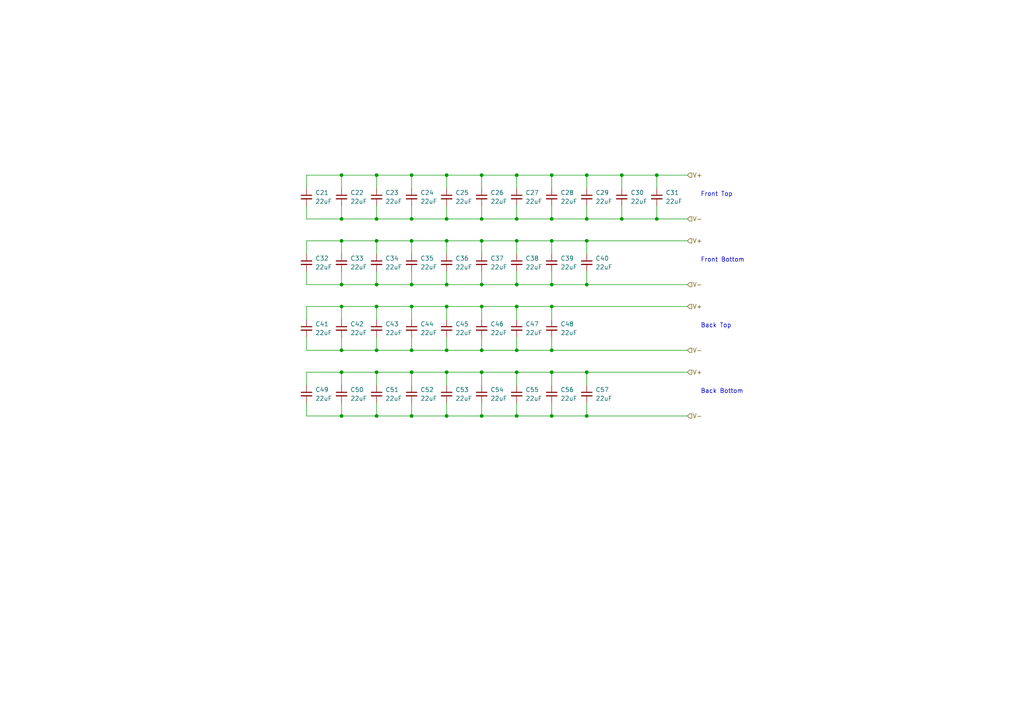
<source format=kicad_sch>
(kicad_sch (version 20230121) (generator eeschema)
  (paper "A4")
  (title_block (title "Ø32 BLDC Motor Controller") (date "2023-12-26") (rev "3") (company "Christopher Xu"))
  (lib_symbols
    (symbol "Device:C_Small" (pin_numbers hide) (pin_names (offset 0.254) hide)
      (property "Reference" "C" (at 0.254 1.778 0))
      (property "Value" "C_Small" (at 0.254 -2.032 0))
      (symbol "C_Small_0_1"
        (polyline (pts (xy -1.524 -0.508) (xy 1.524 -0.508)) (stroke (width 0.3302)))
        (polyline (pts (xy -1.524 0.508) (xy 1.524 0.508)) (stroke (width 0.3048)))
      )
      (symbol "C_Small_1_1"
        (pin passive line (at 0 2.54 270) (length 2.032) (name "~") (number "1"))
        (pin passive line (at 0 -2.54 90) (length 2.032) (name "~") (number "2"))
      )
    )
  )
  (junction (at 149.86 63.5))
  (junction (at 170.18 63.5))
  (junction (at 109.22 101.6))
  (junction (at 119.38 88.9))
  (junction (at 119.38 69.85))
  (junction (at 129.54 101.6))
  (junction (at 119.38 63.5))
  (junction (at 149.86 69.85))
  (junction (at 99.06 88.9))
  (junction (at 139.7 107.95))
  (junction (at 149.86 107.95))
  (junction (at 180.34 63.5))
  (junction (at 99.06 50.8))
  (junction (at 139.7 120.65))
  (junction (at 129.54 88.9))
  (junction (at 99.06 69.85))
  (junction (at 129.54 107.95))
  (junction (at 170.18 50.8))
  (junction (at 149.86 82.55))
  (junction (at 170.18 82.55))
  (junction (at 160.02 63.5))
  (junction (at 170.18 107.95))
  (junction (at 160.02 82.55))
  (junction (at 109.22 107.95))
  (junction (at 149.86 101.6))
  (junction (at 149.86 50.8))
  (junction (at 170.18 120.65))
  (junction (at 99.06 107.95))
  (junction (at 149.86 88.9))
  (junction (at 139.7 69.85))
  (junction (at 129.54 69.85))
  (junction (at 160.02 101.6))
  (junction (at 99.06 120.65))
  (junction (at 99.06 63.5))
  (junction (at 109.22 82.55))
  (junction (at 190.5 50.8))
  (junction (at 180.34 50.8))
  (junction (at 160.02 120.65))
  (junction (at 129.54 120.65))
  (junction (at 109.22 69.85))
  (junction (at 190.5 63.5))
  (junction (at 99.06 101.6))
  (junction (at 160.02 50.8))
  (junction (at 139.7 50.8))
  (junction (at 109.22 63.5))
  (junction (at 129.54 63.5))
  (junction (at 109.22 88.9))
  (junction (at 119.38 120.65))
  (junction (at 109.22 120.65))
  (junction (at 119.38 107.95))
  (junction (at 160.02 69.85))
  (junction (at 119.38 82.55))
  (junction (at 109.22 50.8))
  (junction (at 139.7 101.6))
  (junction (at 119.38 101.6))
  (junction (at 160.02 88.9))
  (junction (at 119.38 50.8))
  (junction (at 139.7 88.9))
  (junction (at 139.7 63.5))
  (junction (at 149.86 120.65))
  (junction (at 129.54 50.8))
  (junction (at 139.7 82.55))
  (junction (at 160.02 107.95))
  (junction (at 129.54 82.55))
  (junction (at 170.18 69.85))
  (junction (at 99.06 82.55))
  (wire (pts (xy 99.06 107.95) (xy 88.9 107.95)))
  (wire (pts (xy 109.22 59.69) (xy 109.22 63.5)))
  (wire (pts (xy 139.7 88.9) (xy 139.7 92.71)))
  (wire (pts (xy 99.06 69.85) (xy 88.9 69.85)))
  (wire (pts (xy 139.7 120.65) (xy 129.54 120.65)))
  (wire (pts (xy 129.54 120.65) (xy 119.38 120.65)))
  (wire (pts (xy 149.86 101.6) (xy 139.7 101.6)))
  (wire (pts (xy 170.18 120.65) (xy 170.18 116.84)))
  (wire (pts (xy 99.06 59.69) (xy 99.06 63.5)))
  (wire (pts (xy 160.02 120.65) (xy 149.86 120.65)))
  (wire (pts (xy 160.02 59.69) (xy 160.02 63.5)))
  (wire (pts (xy 139.7 69.85) (xy 129.54 69.85)))
  (wire (pts (xy 119.38 120.65) (xy 109.22 120.65)))
  (wire (pts (xy 149.86 69.85) (xy 139.7 69.85)))
  (wire (pts (xy 190.5 63.5) (xy 180.34 63.5)))
  (wire (pts (xy 139.7 69.85) (xy 139.7 73.66)))
  (wire (pts (xy 160.02 88.9) (xy 199.39 88.9)))
  (wire (pts (xy 160.02 97.79) (xy 160.02 101.6)))
  (wire (pts (xy 170.18 82.55) (xy 170.18 78.74)))
  (wire (pts (xy 119.38 78.74) (xy 119.38 82.55)))
  (wire (pts (xy 160.02 101.6) (xy 149.86 101.6)))
  (wire (pts (xy 199.39 63.5) (xy 190.5 63.5)))
  (wire (pts (xy 119.38 50.8) (xy 119.38 54.61)))
  (wire (pts (xy 129.54 88.9) (xy 119.38 88.9)))
  (wire (pts (xy 129.54 50.8) (xy 129.54 54.61)))
  (wire (pts (xy 109.22 63.5) (xy 99.06 63.5)))
  (wire (pts (xy 119.38 88.9) (xy 109.22 88.9)))
  (wire (pts (xy 109.22 69.85) (xy 99.06 69.85)))
  (wire (pts (xy 129.54 63.5) (xy 119.38 63.5)))
  (wire (pts (xy 170.18 73.66) (xy 170.18 69.85)))
  (wire (pts (xy 160.02 69.85) (xy 149.86 69.85)))
  (wire (pts (xy 129.54 107.95) (xy 119.38 107.95)))
  (wire (pts (xy 149.86 116.84) (xy 149.86 120.65)))
  (wire (pts (xy 160.02 50.8) (xy 160.02 54.61)))
  (wire (pts (xy 190.5 50.8) (xy 190.5 54.61)))
  (wire (pts (xy 160.02 78.74) (xy 160.02 82.55)))
  (wire (pts (xy 139.7 82.55) (xy 129.54 82.55)))
  (wire (pts (xy 199.39 120.65) (xy 170.18 120.65)))
  (wire (pts (xy 139.7 107.95) (xy 129.54 107.95)))
  (wire (pts (xy 88.9 69.85) (xy 88.9 73.66)))
  (wire (pts (xy 129.54 59.69) (xy 129.54 63.5)))
  (wire (pts (xy 129.54 82.55) (xy 119.38 82.55)))
  (wire (pts (xy 160.02 63.5) (xy 149.86 63.5)))
  (wire (pts (xy 149.86 107.95) (xy 139.7 107.95)))
  (wire (pts (xy 170.18 50.8) (xy 160.02 50.8)))
  (wire (pts (xy 139.7 63.5) (xy 129.54 63.5)))
  (wire (pts (xy 129.54 69.85) (xy 119.38 69.85)))
  (wire (pts (xy 99.06 78.74) (xy 99.06 82.55)))
  (wire (pts (xy 129.54 116.84) (xy 129.54 120.65)))
  (wire (pts (xy 99.06 107.95) (xy 99.06 111.76)))
  (wire (pts (xy 139.7 50.8) (xy 129.54 50.8)))
  (wire (pts (xy 190.5 59.69) (xy 190.5 63.5)))
  (wire (pts (xy 88.9 63.5) (xy 88.9 59.69)))
  (wire (pts (xy 149.86 69.85) (xy 149.86 73.66)))
  (wire (pts (xy 170.18 107.95) (xy 160.02 107.95)))
  (wire (pts (xy 99.06 97.79) (xy 99.06 101.6)))
  (wire (pts (xy 109.22 78.74) (xy 109.22 82.55)))
  (wire (pts (xy 149.86 78.74) (xy 149.86 82.55)))
  (wire (pts (xy 199.39 82.55) (xy 170.18 82.55)))
  (wire (pts (xy 129.54 88.9) (xy 129.54 92.71)))
  (wire (pts (xy 99.06 50.8) (xy 88.9 50.8)))
  (wire (pts (xy 139.7 101.6) (xy 129.54 101.6)))
  (wire (pts (xy 149.86 120.65) (xy 139.7 120.65)))
  (wire (pts (xy 109.22 120.65) (xy 99.06 120.65)))
  (wire (pts (xy 149.86 50.8) (xy 139.7 50.8)))
  (wire (pts (xy 129.54 97.79) (xy 129.54 101.6)))
  (wire (pts (xy 119.38 69.85) (xy 109.22 69.85)))
  (wire (pts (xy 149.86 50.8) (xy 149.86 54.61)))
  (wire (pts (xy 109.22 101.6) (xy 99.06 101.6)))
  (wire (pts (xy 139.7 59.69) (xy 139.7 63.5)))
  (wire (pts (xy 190.5 50.8) (xy 199.39 50.8)))
  (wire (pts (xy 149.86 59.69) (xy 149.86 63.5)))
  (wire (pts (xy 119.38 107.95) (xy 119.38 111.76)))
  (wire (pts (xy 99.06 50.8) (xy 99.06 54.61)))
  (wire (pts (xy 149.86 97.79) (xy 149.86 101.6)))
  (wire (pts (xy 139.7 97.79) (xy 139.7 101.6)))
  (wire (pts (xy 88.9 101.6) (xy 88.9 97.79)))
  (wire (pts (xy 160.02 82.55) (xy 149.86 82.55)))
  (wire (pts (xy 170.18 69.85) (xy 199.39 69.85)))
  (wire (pts (xy 109.22 97.79) (xy 109.22 101.6)))
  (wire (pts (xy 88.9 107.95) (xy 88.9 111.76)))
  (wire (pts (xy 119.38 63.5) (xy 109.22 63.5)))
  (wire (pts (xy 99.06 101.6) (xy 88.9 101.6)))
  (wire (pts (xy 160.02 101.6) (xy 199.39 101.6)))
  (wire (pts (xy 119.38 116.84) (xy 119.38 120.65)))
  (wire (pts (xy 119.38 88.9) (xy 119.38 92.71)))
  (wire (pts (xy 88.9 88.9) (xy 88.9 92.71)))
  (wire (pts (xy 109.22 88.9) (xy 99.06 88.9)))
  (wire (pts (xy 160.02 88.9) (xy 160.02 92.71)))
  (wire (pts (xy 149.86 63.5) (xy 139.7 63.5)))
  (wire (pts (xy 99.06 120.65) (xy 88.9 120.65)))
  (wire (pts (xy 139.7 50.8) (xy 139.7 54.61)))
  (wire (pts (xy 170.18 120.65) (xy 160.02 120.65)))
  (wire (pts (xy 119.38 50.8) (xy 109.22 50.8)))
  (wire (pts (xy 129.54 50.8) (xy 119.38 50.8)))
  (wire (pts (xy 139.7 116.84) (xy 139.7 120.65)))
  (wire (pts (xy 119.38 82.55) (xy 109.22 82.55)))
  (wire (pts (xy 129.54 69.85) (xy 129.54 73.66)))
  (wire (pts (xy 149.86 88.9) (xy 139.7 88.9)))
  (wire (pts (xy 109.22 82.55) (xy 99.06 82.55)))
  (wire (pts (xy 129.54 101.6) (xy 119.38 101.6)))
  (wire (pts (xy 119.38 59.69) (xy 119.38 63.5)))
  (wire (pts (xy 160.02 88.9) (xy 149.86 88.9)))
  (wire (pts (xy 88.9 82.55) (xy 88.9 78.74)))
  (wire (pts (xy 160.02 116.84) (xy 160.02 120.65)))
  (wire (pts (xy 99.06 88.9) (xy 88.9 88.9)))
  (wire (pts (xy 170.18 50.8) (xy 180.34 50.8)))
  (wire (pts (xy 88.9 50.8) (xy 88.9 54.61)))
  (wire (pts (xy 160.02 107.95) (xy 149.86 107.95)))
  (wire (pts (xy 88.9 120.65) (xy 88.9 116.84)))
  (wire (pts (xy 180.34 63.5) (xy 170.18 63.5)))
  (wire (pts (xy 180.34 50.8) (xy 190.5 50.8)))
  (wire (pts (xy 139.7 107.95) (xy 139.7 111.76)))
  (wire (pts (xy 149.86 107.95) (xy 149.86 111.76)))
  (wire (pts (xy 109.22 69.85) (xy 109.22 73.66)))
  (wire (pts (xy 180.34 50.8) (xy 180.34 54.61)))
  (wire (pts (xy 109.22 88.9) (xy 109.22 92.71)))
  (wire (pts (xy 139.7 88.9) (xy 129.54 88.9)))
  (wire (pts (xy 180.34 59.69) (xy 180.34 63.5)))
  (wire (pts (xy 139.7 78.74) (xy 139.7 82.55)))
  (wire (pts (xy 109.22 107.95) (xy 109.22 111.76)))
  (wire (pts (xy 149.86 88.9) (xy 149.86 92.71)))
  (wire (pts (xy 170.18 54.61) (xy 170.18 50.8)))
  (wire (pts (xy 129.54 78.74) (xy 129.54 82.55)))
  (wire (pts (xy 99.06 88.9) (xy 99.06 92.71)))
  (wire (pts (xy 119.38 101.6) (xy 109.22 101.6)))
  (wire (pts (xy 170.18 107.95) (xy 199.39 107.95)))
  (wire (pts (xy 170.18 63.5) (xy 170.18 59.69)))
  (wire (pts (xy 99.06 82.55) (xy 88.9 82.55)))
  (wire (pts (xy 170.18 69.85) (xy 160.02 69.85)))
  (wire (pts (xy 119.38 107.95) (xy 109.22 107.95)))
  (wire (pts (xy 109.22 116.84) (xy 109.22 120.65)))
  (wire (pts (xy 119.38 69.85) (xy 119.38 73.66)))
  (wire (pts (xy 119.38 97.79) (xy 119.38 101.6)))
  (wire (pts (xy 109.22 50.8) (xy 99.06 50.8)))
  (wire (pts (xy 170.18 63.5) (xy 160.02 63.5)))
  (wire (pts (xy 99.06 116.84) (xy 99.06 120.65)))
  (wire (pts (xy 160.02 107.95) (xy 160.02 111.76)))
  (wire (pts (xy 170.18 82.55) (xy 160.02 82.55)))
  (wire (pts (xy 160.02 50.8) (xy 149.86 50.8)))
  (wire (pts (xy 109.22 107.95) (xy 99.06 107.95)))
  (wire (pts (xy 149.86 82.55) (xy 139.7 82.55)))
  (wire (pts (xy 109.22 50.8) (xy 109.22 54.61)))
  (wire (pts (xy 99.06 63.5) (xy 88.9 63.5)))
  (wire (pts (xy 99.06 69.85) (xy 99.06 73.66)))
  (wire (pts (xy 160.02 69.85) (xy 160.02 73.66)))
  (wire (pts (xy 129.54 107.95) (xy 129.54 111.76)))
  (wire (pts (xy 170.18 111.76) (xy 170.18 107.95)))
  (text "Back Bottom" (at 203.2 114.3 0) (effects (font (size 1.27 1.27)) (justify left bottom)))
  (text "Back Top" (at 203.2 95.25 0) (effects (font (size 1.27 1.27)) (justify left bottom)))
  (text "Front Top" (at 203.2 57.15 0) (effects (font (size 1.27 1.27)) (justify left bottom)))
  (text "Front Bottom" (at 203.2 76.2 0) (effects (font (size 1.27 1.27)) (justify left bottom)))
  (hierarchical_label "V-" (shape input) (at 199.39 120.65 0))
  (hierarchical_label "V+" (shape input) (at 199.39 88.9 0))
  (hierarchical_label "V+" (shape input) (at 199.39 107.95 0))
  (hierarchical_label "V-" (shape input) (at 199.39 82.55 0))
  (hierarchical_label "V+" (shape input) (at 199.39 50.8 0))
  (hierarchical_label "V-" (shape input) (at 199.39 63.5 0))
  (hierarchical_label "V-" (shape input) (at 199.39 101.6 0))
  (hierarchical_label "V+" (shape input) (at 199.39 69.85 0))
  (symbol (lib_id "Device:C_Small") (at 119.38 95.25 0) (unit 1)
    (property "Reference" "C44" (at 121.92 93.9863 0) (effects (justify left)))
    (property "Value" "22uF" (at 121.92 96.5263 0) (effects (justify left)))
    (property "Footprint" "O32controller:C_0805_nosilk" (effects hide))
  )
  (symbol (lib_id "Device:C_Small") (at 119.38 114.3 0) (unit 1)
    (property "Reference" "C52" (at 121.92 113.0363 0) (effects (justify left)))
    (property "Value" "22uF" (at 121.92 115.5763 0) (effects (justify left)))
    (property "Footprint" "O32controller:C_0805_nosilk" (effects hide))
  )
  (symbol (lib_id "Device:C_Small") (at 149.86 95.25 0) (unit 1)
    (property "Reference" "C47" (at 152.4 93.9863 0) (effects (justify left)))
    (property "Value" "22uF" (at 152.4 96.5263 0) (effects (justify left)))
    (property "Footprint" "O32controller:C_0805_nosilk" (effects hide))
  )
  (symbol (lib_id "Device:C_Small") (at 119.38 76.2 0) (unit 1)
    (property "Reference" "C35" (at 121.92 74.9363 0) (effects (justify left)))
    (property "Value" "22uF" (at 121.92 77.4763 0) (effects (justify left)))
    (property "Footprint" "O32controller:C_0805_nosilk" (effects hide))
  )
  (symbol (lib_id "Device:C_Small") (at 88.9 114.3 0) (unit 1)
    (property "Reference" "C49" (at 91.44 113.0363 0) (effects (justify left)))
    (property "Value" "22uF" (at 91.44 115.5763 0) (effects (justify left)))
    (property "Footprint" "O32controller:C_0805_nosilk" (effects hide))
  )
  (symbol (lib_id "Device:C_Small") (at 99.06 57.15 0) (unit 1)
    (property "Reference" "C22" (at 101.6 55.8863 0) (effects (justify left)))
    (property "Value" "22uF" (at 101.6 58.4263 0) (effects (justify left)))
    (property "Footprint" "O32controller:C_0805_nosilk" (effects hide))
  )
  (symbol (lib_id "Device:C_Small") (at 160.02 114.3 0) (unit 1)
    (property "Reference" "C56" (at 162.56 113.0363 0) (effects (justify left)))
    (property "Value" "22uF" (at 162.56 115.5763 0) (effects (justify left)))
    (property "Footprint" "O32controller:C_0805_nosilk" (effects hide))
  )
  (symbol (lib_id "Device:C_Small") (at 139.7 57.15 0) (unit 1)
    (property "Reference" "C26" (at 142.24 55.8863 0) (effects (justify left)))
    (property "Value" "22uF" (at 142.24 58.4263 0) (effects (justify left)))
    (property "Footprint" "O32controller:C_0805_nosilk" (effects hide))
  )
  (symbol (lib_id "Device:C_Small") (at 149.86 114.3 0) (unit 1)
    (property "Reference" "C55" (at 152.4 113.0363 0) (effects (justify left)))
    (property "Value" "22uF" (at 152.4 115.5763 0) (effects (justify left)))
    (property "Footprint" "O32controller:C_0805_nosilk" (effects hide))
  )
  (symbol (lib_id "Device:C_Small") (at 139.7 114.3 0) (unit 1)
    (property "Reference" "C54" (at 142.24 113.0363 0) (effects (justify left)))
    (property "Value" "22uF" (at 142.24 115.5763 0) (effects (justify left)))
    (property "Footprint" "O32controller:C_0805_nosilk" (effects hide))
  )
  (symbol (lib_id "Device:C_Small") (at 109.22 114.3 0) (unit 1)
    (property "Reference" "C51" (at 111.76 113.0363 0) (effects (justify left)))
    (property "Value" "22uF" (at 111.76 115.5763 0) (effects (justify left)))
    (property "Footprint" "O32controller:C_0805_nosilk" (effects hide))
  )
  (symbol (lib_id "Device:C_Small") (at 160.02 95.25 0) (unit 1)
    (property "Reference" "C48" (at 162.56 93.9863 0) (effects (justify left)))
    (property "Value" "22uF" (at 162.56 96.5263 0) (effects (justify left)))
    (property "Footprint" "O32controller:C_0805_nosilk" (effects hide))
  )
  (symbol (lib_id "Device:C_Small") (at 88.9 57.15 0) (unit 1)
    (property "Reference" "C21" (at 91.44 55.8863 0) (effects (justify left)))
    (property "Value" "22uF" (at 91.44 58.4263 0) (effects (justify left)))
    (property "Footprint" "O32controller:C_0805_nosilk" (effects hide))
  )
  (symbol (lib_id "Device:C_Small") (at 99.06 95.25 0) (unit 1)
    (property "Reference" "C42" (at 101.6 93.9863 0) (effects (justify left)))
    (property "Value" "22uF" (at 101.6 96.5263 0) (effects (justify left)))
    (property "Footprint" "O32controller:C_0805_nosilk" (effects hide))
  )
  (symbol (lib_id "Device:C_Small") (at 160.02 57.15 0) (unit 1)
    (property "Reference" "C28" (at 162.56 55.8863 0) (effects (justify left)))
    (property "Value" "22uF" (at 162.56 58.4263 0) (effects (justify left)))
    (property "Footprint" "O32controller:C_0805_nosilk" (effects hide))
  )
  (symbol (lib_id "Device:C_Small") (at 129.54 76.2 0) (unit 1)
    (property "Reference" "C36" (at 132.08 74.9363 0) (effects (justify left)))
    (property "Value" "22uF" (at 132.08 77.4763 0) (effects (justify left)))
    (property "Footprint" "O32controller:C_0805_nosilk" (effects hide))
  )
  (symbol (lib_id "Device:C_Small") (at 139.7 95.25 0) (unit 1)
    (property "Reference" "C46" (at 142.24 93.9863 0) (effects (justify left)))
    (property "Value" "22uF" (at 142.24 96.5263 0) (effects (justify left)))
    (property "Footprint" "O32controller:C_0805_nosilk" (effects hide))
  )
  (symbol (lib_id "Device:C_Small") (at 129.54 95.25 0) (unit 1)
    (property "Reference" "C45" (at 132.08 93.9863 0) (effects (justify left)))
    (property "Value" "22uF" (at 132.08 96.5263 0) (effects (justify left)))
    (property "Footprint" "O32controller:C_0805_nosilk" (effects hide))
  )
  (symbol (lib_id "Device:C_Small") (at 99.06 76.2 0) (unit 1)
    (property "Reference" "C33" (at 101.6 74.9363 0) (effects (justify left)))
    (property "Value" "22uF" (at 101.6 77.4763 0) (effects (justify left)))
    (property "Footprint" "O32controller:C_0805_nosilk" (effects hide))
  )
  (symbol (lib_id "Device:C_Small") (at 109.22 57.15 0) (unit 1)
    (property "Reference" "C23" (at 111.76 55.8863 0) (effects (justify left)))
    (property "Value" "22uF" (at 111.76 58.4263 0) (effects (justify left)))
    (property "Footprint" "O32controller:C_0805_nosilk" (effects hide))
  )
  (symbol (lib_id "Device:C_Small") (at 180.34 57.15 0) (unit 1)
    (property "Reference" "C30" (at 182.88 55.8863 0) (effects (justify left)))
    (property "Value" "22uF" (at 182.88 58.4263 0) (effects (justify left)))
    (property "Footprint" "O32controller:C_0805_nosilk" (effects hide))
  )
  (symbol (lib_id "Device:C_Small") (at 149.86 76.2 0) (unit 1)
    (property "Reference" "C38" (at 152.4 74.9363 0) (effects (justify left)))
    (property "Value" "22uF" (at 152.4 77.4763 0) (effects (justify left)))
    (property "Footprint" "O32controller:C_0805_nosilk" (effects hide))
  )
  (symbol (lib_id "Device:C_Small") (at 190.5 57.15 0) (unit 1)
    (property "Reference" "C31" (at 193.04 55.8863 0) (effects (justify left)))
    (property "Value" "22uF" (at 193.04 58.4263 0) (effects (justify left)))
    (property "Footprint" "O32controller:C_0805_nosilk" (effects hide))
  )
  (symbol (lib_id "Device:C_Small") (at 119.38 57.15 0) (unit 1)
    (property "Reference" "C24" (at 121.92 55.8863 0) (effects (justify left)))
    (property "Value" "22uF" (at 121.92 58.4263 0) (effects (justify left)))
    (property "Footprint" "O32controller:C_0805_nosilk" (effects hide))
  )
  (symbol (lib_id "Device:C_Small") (at 170.18 76.2 0) (unit 1)
    (property "Reference" "C40" (at 172.72 74.9363 0) (effects (justify left)))
    (property "Value" "22uF" (at 172.72 77.4763 0) (effects (justify left)))
    (property "Footprint" "O32controller:C_0805_nosilk" (effects hide))
  )
  (symbol (lib_id "Device:C_Small") (at 170.18 57.15 0) (unit 1)
    (property "Reference" "C29" (at 172.72 55.8863 0) (effects (justify left)))
    (property "Value" "22uF" (at 172.72 58.4263 0) (effects (justify left)))
    (property "Footprint" "O32controller:C_0805_nosilk" (effects hide))
  )
  (symbol (lib_id "Device:C_Small") (at 109.22 76.2 0) (unit 1)
    (property "Reference" "C34" (at 111.76 74.9363 0) (effects (justify left)))
    (property "Value" "22uF" (at 111.76 77.4763 0) (effects (justify left)))
    (property "Footprint" "O32controller:C_0805_nosilk" (effects hide))
  )
  (symbol (lib_id "Device:C_Small") (at 160.02 76.2 0) (unit 1)
    (property "Reference" "C39" (at 162.56 74.9363 0) (effects (justify left)))
    (property "Value" "22uF" (at 162.56 77.4763 0) (effects (justify left)))
    (property "Footprint" "O32controller:C_0805_nosilk" (effects hide))
  )
  (symbol (lib_id "Device:C_Small") (at 109.22 95.25 0) (unit 1)
    (property "Reference" "C43" (at 111.76 93.9863 0) (effects (justify left)))
    (property "Value" "22uF" (at 111.76 96.5263 0) (effects (justify left)))
    (property "Footprint" "O32controller:C_0805_nosilk" (effects hide))
  )
  (symbol (lib_id "Device:C_Small") (at 170.18 114.3 0) (unit 1)
    (property "Reference" "C57" (at 172.72 113.0363 0) (effects (justify left)))
    (property "Value" "22uF" (at 172.72 115.5763 0) (effects (justify left)))
    (property "Footprint" "O32controller:C_0805_nosilk" (effects hide))
  )
  (symbol (lib_id "Device:C_Small") (at 99.06 114.3 0) (unit 1)
    (property "Reference" "C50" (at 101.6 113.0363 0) (effects (justify left)))
    (property "Value" "22uF" (at 101.6 115.5763 0) (effects (justify left)))
    (property "Footprint" "O32controller:C_0805_nosilk" (effects hide))
  )
  (symbol (lib_id "Device:C_Small") (at 139.7 76.2 0) (unit 1)
    (property "Reference" "C37" (at 142.24 74.9363 0) (effects (justify left)))
    (property "Value" "22uF" (at 142.24 77.4763 0) (effects (justify left)))
    (property "Footprint" "O32controller:C_0805_nosilk" (effects hide))
  )
  (symbol (lib_id "Device:C_Small") (at 88.9 76.2 0) (unit 1)
    (property "Reference" "C32" (at 91.44 74.9363 0) (effects (justify left)))
    (property "Value" "22uF" (at 91.44 77.4763 0) (effects (justify left)))
    (property "Footprint" "O32controller:C_0805_nosilk" (effects hide))
  )
  (symbol (lib_id "Device:C_Small") (at 88.9 95.25 0) (unit 1)
    (property "Reference" "C41" (at 91.44 93.9863 0) (effects (justify left)))
    (property "Value" "22uF" (at 91.44 96.5263 0) (effects (justify left)))
    (property "Footprint" "O32controller:C_0805_nosilk" (effects hide))
  )
  (symbol (lib_id "Device:C_Small") (at 129.54 114.3 0) (unit 1)
    (property "Reference" "C53" (at 132.08 113.0363 0) (effects (justify left)))
    (property "Value" "22uF" (at 132.08 115.5763 0) (effects (justify left)))
    (property "Footprint" "O32controller:C_0805_nosilk" (effects hide))
  )
  (symbol (lib_id "Device:C_Small") (at 149.86 57.15 0) (unit 1)
    (property "Reference" "C27" (at 152.4 55.8863 0) (effects (justify left)))
    (property "Value" "22uF" (at 152.4 58.4263 0) (effects (justify left)))
    (property "Footprint" "O32controller:C_0805_nosilk" (effects hide))
  )
  (symbol (lib_id "Device:C_Small") (at 129.54 57.15 0) (unit 1)
    (property "Reference" "C25" (at 132.08 55.8863 0) (effects (justify left)))
    (property "Value" "22uF" (at 132.08 58.4263 0) (effects (justify left)))
    (property "Footprint" "O32controller:C_0805_nosilk" (effects hide))
  )
)
</source>
